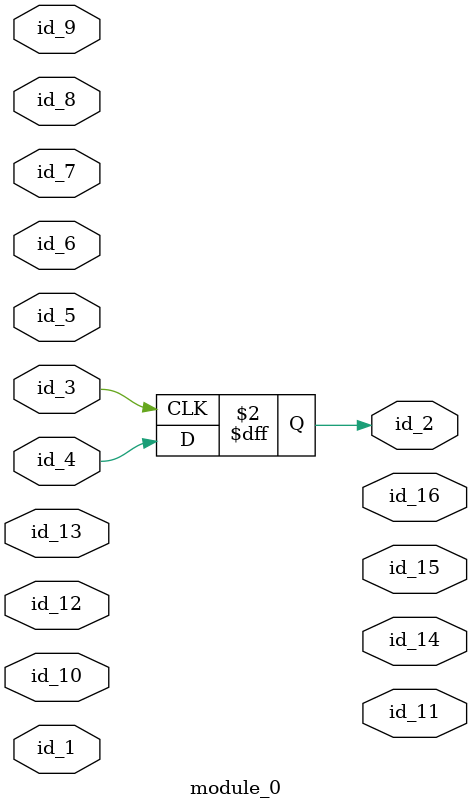
<source format=v>
module module_0 (
    id_1,
    id_2,
    id_3,
    id_4,
    id_5,
    id_6,
    id_7,
    id_8,
    id_9,
    id_10,
    id_11,
    id_12,
    id_13,
    id_14,
    id_15,
    id_16
);
  output id_16;
  output id_15;
  output id_14;
  inout id_13;
  inout id_12;
  output id_11;
  inout id_10;
  inout id_9;
  inout id_8;
  inout id_7;
  inout id_6;
  input id_5;
  inout id_4;
  inout id_3;
  output id_2;
  inout id_1;
  always @(posedge id_3) begin
    id_2 <= (id_4);
  end
endmodule

</source>
